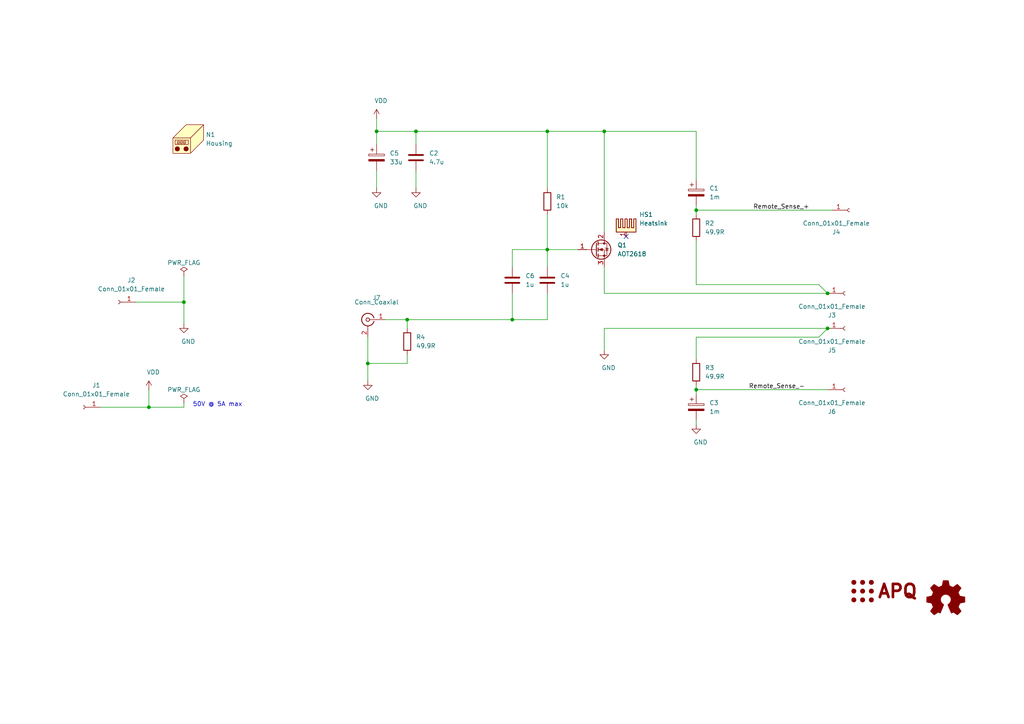
<source format=kicad_sch>
(kicad_sch (version 20231120) (generator "eeschema") (generator_version "8.0")
  (paper "A4")
  (title_block (title "Line Injector") (date "2024-11-21") (rev "v1.0.2") (comment 1 "Copyright (©) 2024, Patrick Baus <patrick.baus@physik.tu-darmstadt.de>") (comment 2 "Licensed under CERN OHL-W v2.0"))
  (lib_symbols
    (symbol "Connector:Conn_01x01_Socket" (pin_names (offset 1.016) hide)
      (property "Reference" "J" (at 0 2.54 0))
      (property "Value" "Conn_01x01_Socket" (at 0 -2.54 0))
      (symbol "Conn_01x01_Socket_1_1"
        (polyline (pts (xy -1.27 0) (xy -0.508 0)) (stroke (width 0.1524)))
        (arc (start 0 0.508) (mid -0.5058 0) (end 0 -0.508) (stroke (width 0.1524)))
        (pin passive line (at -5.08 0 0) (length 3.81) (name "Pin_1") (number "1"))
      )
    )
    (symbol "Connector:Conn_Coaxial" (pin_names (offset 1.016) hide)
      (property "Reference" "J" (at 0.254 3.048 0))
      (property "Value" "Conn_Coaxial" (at 2.921 0 90))
      (symbol "Conn_Coaxial_0_1"
        (arc (start -1.778 -0.508) (mid 0.2311 -1.8066) (end 1.778 0) (stroke (width 0.254)))
        (polyline (pts (xy -2.54 0) (xy -0.508 0)))
        (polyline (pts (xy 0 -2.54) (xy 0 -1.778)))
        (circle (center 0 0) (radius 0.508) (stroke (width 0.2032)))
        (arc (start 1.778 0) (mid 0.2099 1.8101) (end -1.778 0.508) (stroke (width 0.254)))
      )
      (symbol "Conn_Coaxial_1_1"
        (pin passive line (at -5.08 0 0) (length 2.54) (name "In") (number "1"))
        (pin passive line (at 0 -5.08 90) (length 2.54) (name "Ext") (number "2"))
      )
    )
    (symbol "Custom_logos:Logo_APQ" (pin_names (offset 1.016)) (in_bom no)
      (symbol "Logo_APQ_0_0"
        (text "APQ" (at 3.81 0 0) (effects (font (size 3.81 3.81) (bold yes))))
      )
      (symbol "Logo_APQ_0_1"
        (circle (center -8.89 0) (radius 0.635) (fill (type outline)))
        (circle (center -8.89 2.54) (radius 0.635) (fill (type outline)))
        (circle (center -6.35 0) (radius 0.635) (fill (type outline)))
        (circle (center -6.35 2.54) (radius 0.635) (fill (type outline)))
        (circle (center -3.81 2.54) (radius 0.635) (fill (type outline)))
      )
      (symbol "Logo_APQ_1_1"
        (circle (center -8.89 -2.54) (radius 0.635) (fill (type outline)))
        (circle (center -6.35 -2.54) (radius 0.635) (fill (type outline)))
        (circle (center -3.81 -2.54) (radius 0.635) (fill (type outline)))
        (circle (center -3.81 0) (radius 0.635) (fill (type outline)))
      )
    )
    (symbol "Device:C" (pin_numbers hide) (pin_names (offset 0.254))
      (property "Reference" "C" (at 0.635 2.54 0))
      (property "Value" "C" (at 0.635 -2.54 0))
      (symbol "C_0_1"
        (polyline (pts (xy -2.032 -0.762) (xy 2.032 -0.762)) (stroke (width 0.508)))
        (polyline (pts (xy -2.032 0.762) (xy 2.032 0.762)) (stroke (width 0.508)))
      )
      (symbol "C_1_1"
        (pin passive line (at 0 3.81 270) (length 2.794) (name "~") (number "1"))
        (pin passive line (at 0 -3.81 90) (length 2.794) (name "~") (number "2"))
      )
    )
    (symbol "Device:C_Polarized" (pin_numbers hide) (pin_names (offset 0.254))
      (property "Reference" "C" (at 0.635 2.54 0))
      (property "Value" "C_Polarized" (at 0.635 -2.54 0))
      (symbol "C_Polarized_0_1"
        (rectangle (start -2.286 0.508) (end 2.286 1.016))
        (polyline (pts (xy -1.778 2.286) (xy -0.762 2.286)))
        (polyline (pts (xy -1.27 2.794) (xy -1.27 1.778)))
        (rectangle (start 2.286 -0.508) (end -2.286 -1.016) (fill (type outline)))
      )
      (symbol "C_Polarized_1_1"
        (pin passive line (at 0 3.81 270) (length 2.794) (name "~") (number "1"))
        (pin passive line (at 0 -3.81 90) (length 2.794) (name "~") (number "2"))
      )
    )
    (symbol "Device:Q_NMOS_GDS" (pin_names (offset 0) hide)
      (property "Reference" "Q" (at 5.08 1.27 0))
      (property "Value" "Q_NMOS_GDS" (at 5.08 -1.27 0))
      (symbol "Q_NMOS_GDS_0_1"
        (polyline (pts (xy 0.254 0) (xy -2.54 0)))
        (polyline (pts (xy 0.254 1.905) (xy 0.254 -1.905)) (stroke (width 0.254)))
        (polyline (pts (xy 0.762 -1.27) (xy 0.762 -2.286)) (stroke (width 0.254)))
        (polyline (pts (xy 0.762 0.508) (xy 0.762 -0.508)) (stroke (width 0.254)))
        (polyline (pts (xy 0.762 2.286) (xy 0.762 1.27)) (stroke (width 0.254)))
        (polyline (pts (xy 2.54 2.54) (xy 2.54 1.778)))
        (polyline (pts (xy 2.54 -2.54) (xy 2.54 0) (xy 0.762 0)))
        (polyline (pts (xy 0.762 -1.778) (xy 3.302 -1.778) (xy 3.302 1.778) (xy 0.762 1.778)))
        (polyline (pts (xy 1.016 0) (xy 2.032 0.381) (xy 2.032 -0.381) (xy 1.016 0)) (fill (type outline)))
        (polyline (pts (xy 2.794 0.508) (xy 2.921 0.381) (xy 3.683 0.381) (xy 3.81 0.254)))
        (polyline (pts (xy 3.302 0.381) (xy 2.921 -0.254) (xy 3.683 -0.254) (xy 3.302 0.381)))
        (circle (center 1.651 0) (radius 2.794) (stroke (width 0.254)))
        (circle (center 2.54 -1.778) (radius 0.254) (fill (type outline)))
        (circle (center 2.54 1.778) (radius 0.254) (fill (type outline)))
      )
      (symbol "Q_NMOS_GDS_1_1"
        (pin input line (at -5.08 0 0) (length 2.54) (name "G") (number "1"))
        (pin passive line (at 2.54 5.08 270) (length 2.54) (name "D") (number "2"))
        (pin passive line (at 2.54 -5.08 90) (length 2.54) (name "S") (number "3"))
      )
    )
    (symbol "Device:R" (pin_numbers hide) (pin_names (offset 0))
      (property "Reference" "R" (at 2.032 0 90))
      (property "Value" "R" (at 0 0 90))
      (symbol "R_0_1"
        (rectangle (start -1.016 -2.54) (end 1.016 2.54) (stroke (width 0.254)))
      )
      (symbol "R_1_1"
        (pin passive line (at 0 3.81 270) (length 1.27) (name "~") (number "1"))
        (pin passive line (at 0 -3.81 90) (length 1.27) (name "~") (number "2"))
      )
    )
    (symbol "Graphic:Logo_Open_Hardware_Small" (in_bom no) (on_board no)
      (symbol "Logo_Open_Hardware_Small_0_1"
        (polyline (pts (xy 3.3528 -4.3434) (xy 3.302 -4.318) (xy 3.175 -4.2418) (xy 2.9972 -4.1148) (xy 2.7686 -3.9624) (xy 2.54 -3.81) (xy 2.3622 -3.7084) (xy 2.2352 -3.6068) (xy 2.1844 -3.5814) (xy 2.159 -3.6068) (xy 2.0574 -3.6576) (xy 1.905 -3.7338) (xy 1.8034 -3.7846) (xy 1.6764 -3.8354) (xy 1.6002 -3.8354) (xy 1.6002 -3.8354) (xy 1.5494 -3.7338) (xy 1.4732 -3.5306) (xy 1.3462 -3.302) (xy 1.2446 -3.0226) (xy 1.1176 -2.7178) (xy 0.9652 -2.413) (xy 0.8636 -2.1082) (xy 0.7366 -1.8288) (xy 0.6604 -1.6256) (xy 0.6096 -1.4732) (xy 0.5842 -1.397) (xy 0.5842 -1.397) (xy 0.6604 -1.3208) (xy 0.7874 -1.2446) (xy 1.0414 -1.016) (xy 1.2954 -0.6858) (xy 1.4478 -0.3302) (xy 1.524 0.0762) (xy 1.4732 0.4572) (xy 1.3208 0.8128) (xy 1.0668 1.143) (xy 0.762 1.3716) (xy 0.4064 1.524) (xy 0 1.5748) (xy -0.381 1.5494) (xy -0.7366 1.397) (xy -1.0668 1.143) (xy -1.2192 0.9906) (xy -1.397 0.6604) (xy -1.524 0.3048) (xy -1.524 0.2286) (xy -1.4986 -0.1778) (xy -1.397 -0.5334) (xy -1.1938 -0.8636) (xy -0.9144 -1.143) (xy -0.8636 -1.1684) (xy -0.7366 -1.27) (xy -0.635 -1.3462) (xy -0.5842 -1.397) (xy -1.0668 -2.5908) (xy -1.143 -2.794) (xy -1.2954 -3.1242) (xy -1.397 -3.4036) (xy -1.4986 -3.6322) (xy -1.5748 -3.7846) (xy -1.6002 -3.8354) (xy -1.6002 -3.8354) (xy -1.651 -3.8354) (xy -1.7272 -3.81) (xy -1.905 -3.7338) (xy -2.0066 -3.683) (xy -2.1336 -3.6068) (xy -2.2098 -3.5814) (xy -2.2606 -3.6068) (xy -2.3622 -3.683) (xy -2.54 -3.81) (xy -2.7686 -3.9624) (xy -2.9718 -4.0894) (xy -3.1496 -4.2164) (xy -3.302 -4.318) (xy -3.3528 -4.3434) (xy -3.3782 -4.3434) (xy -3.429 -4.318) (xy -3.5306 -4.2164) (xy -3.7084 -4.064) (xy -3.937 -3.8354) (xy -3.9624 -3.81) (xy -4.1656 -3.6068) (xy -4.318 -3.4544) (xy -4.4196 -3.3274) (xy -4.445 -3.2766) (xy -4.445 -3.2766) (xy -4.4196 -3.2258) (xy -4.318 -3.0734) (xy -4.2164 -2.8956) (xy -4.064 -2.667) (xy -3.6576 -2.0828) (xy -3.8862 -1.5494) (xy -3.937 -1.3716) (xy -4.0386 -1.1684) (xy -4.0894 -1.0414) (xy -4.1148 -0.9652) (xy -4.191 -0.9398) (xy -4.318 -0.9144) (xy -4.5466 -0.8636) (xy -4.8006 -0.8128) (xy -5.0546 -0.7874) (xy -5.2578 -0.7366) (xy -5.4356 -0.7112) (xy -5.5118 -0.6858) (xy -5.5118 -0.6858) (xy -5.5372 -0.635) (xy -5.5372 -0.5588) (xy -5.5372 -0.4318) (xy -5.5626 -0.2286) (xy -5.5626 0.0762) (xy -5.5626 0.127) (xy -5.5372 0.4064) (xy -5.5372 0.635) (xy -5.5372 0.762) (xy -5.5372 0.8382) (xy -5.5372 0.8382) (xy -5.461 0.8382) (xy -5.3086 0.889) (xy -5.08 0.9144) (xy -4.826 0.9652) (xy -4.8006 0.9906) (xy -4.5466 1.0414) (xy -4.318 1.0668) (xy -4.1656 1.1176) (xy -4.0894 1.143) (xy -4.0894 1.143) (xy -4.0386 1.2446) (xy -3.9624 1.4224) (xy -3.8608 1.6256) (xy -3.7846 1.8288) (xy -3.7084 2.0066) (xy -3.6576 2.159) (xy -3.6322 2.2098) (xy -3.6322 2.2098) (xy -3.683 2.286) (xy -3.7592 2.413) (xy -3.8862 2.5908) (xy -4.064 2.8194) (xy -4.064 2.8448) (xy -4.2164 3.0734) (xy -4.3434 3.2512) (xy -4.4196 3.3782) (xy -4.445 3.4544) (xy -4.445 3.4544) (xy -4.3942 3.5052) (xy -4.2926 3.6322) (xy -4.1148 3.81) (xy -3.937 4.0132) (xy -3.8608 4.064) (xy -3.6576 4.2926) (xy -3.5052 4.4196) (xy -3.4036 4.4958) (xy -3.3528 4.5212) (xy -3.3528 4.5212) (xy -3.302 4.4704) (xy -3.1496 4.3688) (xy -2.9718 4.2418) (xy -2.7432 4.0894) (xy -2.7178 4.0894) (xy -2.4892 3.937) (xy -2.3114 3.81) (xy -2.1844 3.7084) (xy -2.1336 3.683) (xy -2.1082 3.683) (xy -2.032 3.7084) (xy -1.8542 3.7592) (xy -1.6764 3.8354) (xy -1.4732 3.937) (xy -1.27 4.0132) (xy -1.143 4.064) (xy -1.0668 4.1148) (xy -1.0668 4.1148) (xy -1.0414 4.191) (xy -1.016 4.3434) (xy -0.9652 4.572) (xy -0.9144 4.8514) (xy -0.889 4.9022) (xy -0.8382 5.1562) (xy -0.8128 5.3848) (xy -0.7874 5.5372) (xy -0.762 5.588) (xy -0.7112 5.6134) (xy -0.5842 5.6134) (xy -0.4064 5.6134) (xy -0.1524 5.6134) (xy 0.0762 5.6134) (xy 0.3302 5.6134) (xy 0.5334 5.6134) (xy 0.6858 5.588) (xy 0.7366 5.588) (xy 0.7366 5.588) (xy 0.762 5.5118) (xy 0.8128 5.334) (xy 0.8382 5.1054) (xy 0.9144 4.826) (xy 0.9144 4.7752) (xy 0.9652 4.5212) (xy 1.016 4.2926) (xy 1.0414 4.1402) (xy 1.0668 4.0894) (xy 1.0668 4.0894) (xy 1.1938 4.0386) (xy 1.3716 3.9624) (xy 1.5748 3.8608) (xy 2.0828 3.6576) (xy 2.7178 4.0894) (xy 2.7686 4.1402) (xy 2.9972 4.2926) (xy 3.175 4.4196) (xy 3.302 4.4958) (xy 3.3782 4.5212) (xy 3.3782 4.5212) (xy 3.429 4.4704) (xy 3.556 4.3434) (xy 3.7338 4.191) (xy 3.9116 3.9878) (xy 4.064 3.8354) (xy 4.2418 3.6576) (xy 4.3434 3.556) (xy 4.4196 3.4798) (xy 4.4196 3.429) (xy 4.4196 3.4036) (xy 4.3942 3.3274) (xy 4.2926 3.2004) (xy 4.1656 2.9972) (xy 4.0132 2.794) (xy 3.8862 2.5908) (xy 3.7592 2.3876) (xy 3.6576 2.2352) (xy 3.6322 2.159) (xy 3.6322 2.1336) (xy 3.683 2.0066) (xy 3.7592 1.8288) (xy 3.8608 1.6002) (xy 4.064 1.1176) (xy 4.3942 1.0414) (xy 4.5974 1.016) (xy 4.8768 0.9652) (xy 5.1308 0.9144) (xy 5.5372 0.8382) (xy 5.5626 -0.6604) (xy 5.4864 -0.6858) (xy 5.4356 -0.6858) (xy 5.2832 -0.7366) (xy 5.0546 -0.762) (xy 4.8006 -0.8128) (xy 4.5974 -0.8636) (xy 4.3688 -0.9144) (xy 4.2164 -0.9398) (xy 4.1402 -0.9398) (xy 4.1148 -0.9652) (xy 4.064 -1.0668) (xy 3.9878 -1.2446) (xy 3.9116 -1.4478) (xy 3.81 -1.651) (xy 3.7338 -1.8542) (xy 3.683 -2.0066) (xy 3.6576 -2.0828) (xy 3.683 -2.1336) (xy 3.7846 -2.2606) (xy 3.8862 -2.4638) (xy 4.0386 -2.667) (xy 4.191 -2.8956) (xy 4.318 -3.0734) (xy 4.3942 -3.2004) (xy 4.445 -3.2766) (xy 4.4196 -3.3274) (xy 4.3434 -3.429) (xy 4.1656 -3.5814) (xy 3.937 -3.8354) (xy 3.8862 -3.8608) (xy 3.683 -4.064) (xy 3.5306 -4.2164) (xy 3.4036 -4.318) (xy 3.3528 -4.3434)) (fill (type outline)))
      )
    )
    (symbol "Mechanical:Heatsink_Pad" (pin_names (offset 0))
      (property "Reference" "HS" (at 0 5.715 0))
      (property "Value" "Heatsink_Pad" (at 0 3.81 0))
      (symbol "Heatsink_Pad_0_1"
        (polyline (pts (xy -0.3302 0) (xy -0.9652 0) (xy -0.9652 2.54) (xy -1.6002 2.54) (xy -1.6002 0) (xy -2.2352 0) (xy -2.2352 2.54) (xy -2.8702 2.54) (xy -2.8702 -1.27) (xy -0.9652 -1.27)) (stroke (width 0.254)) (fill (type background)))
        (polyline (pts (xy -0.3302 0) (xy -0.3302 2.54) (xy 0.3048 2.54) (xy 0.3048 0) (xy 0.9398 0) (xy 0.9398 2.54) (xy 1.5748 2.54) (xy 1.5748 0) (xy 2.2098 0) (xy 2.2098 2.54) (xy 2.8448 2.54) (xy 2.8448 -1.27) (xy -0.9652 -1.27)) (stroke (width 0.254)) (fill (type background)))
      )
      (symbol "Heatsink_Pad_1_1"
        (pin passive line (at 0 -2.54 90) (length 1.27) (name "~") (number "1"))
      )
    )
    (symbol "Mechanical:Housing" (pin_names (offset 1.016))
      (property "Reference" "N" (at 3.81 0 0))
      (property "Value" "Housing" (at 3.81 -1.905 0))
      (symbol "Housing_0_1"
        (rectangle (start -5.08 -0.635) (end -1.27 -1.905))
        (circle (center -4.445 -3.175) (radius 0.635) (fill (type outline)))
        (circle (center -1.905 -3.175) (radius 0.635) (fill (type outline)))
        (polyline (pts (xy -4.5212 -1.5748) (xy -4.4704 -1.3716)))
        (polyline (pts (xy -4.4196 -1.6764) (xy -4.064 -1.6764)))
        (polyline (pts (xy -4.4196 -1.2192) (xy -4.3688 -0.9652)))
        (polyline (pts (xy -4.318 -1.3208) (xy -4.0132 -1.3208)))
        (polyline (pts (xy -4.2164 -0.9144) (xy -3.9116 -0.9144)))
        (polyline (pts (xy -3.9116 -1.6256) (xy -3.8608 -1.3716)))
        (polyline (pts (xy -3.81 -1.2192) (xy -3.7592 -0.9652)))
        (polyline (pts (xy -3.6068 -1.5748) (xy -3.556 -1.3716)))
        (polyline (pts (xy -3.5052 -1.6764) (xy -3.1496 -1.6764)))
        (polyline (pts (xy -3.5052 -1.2192) (xy -3.4544 -0.9652)))
        (polyline (pts (xy -3.4036 -1.3208) (xy -3.0988 -1.3208)))
        (polyline (pts (xy -3.302 -0.9144) (xy -2.9972 -0.9144)))
        (polyline (pts (xy -2.9972 -1.6256) (xy -2.9464 -1.3716)))
        (polyline (pts (xy -2.8956 -1.2192) (xy -2.8448 -0.9652)))
        (polyline (pts (xy -2.6924 -1.5748) (xy -2.6416 -1.3716)))
        (polyline (pts (xy -2.5908 -1.6764) (xy -2.2352 -1.6764)))
        (polyline (pts (xy -2.5908 -1.2192) (xy -2.54 -0.9652)))
        (polyline (pts (xy -2.4892 -1.3208) (xy -2.1844 -1.3208)))
        (polyline (pts (xy -2.3876 -0.9144) (xy -2.0828 -0.9144)))
        (polyline (pts (xy -2.0828 -1.6256) (xy -2.032 -1.3716)))
        (polyline (pts (xy -1.9812 -1.2192) (xy -1.9304 -0.9652)))
        (polyline (pts (xy -0.635 0) (xy -0.635 -4.445)))
        (polyline (pts (xy -5.715 0) (xy -0.635 0) (xy 3.175 3.81)))
        (polyline (pts (xy -5.715 0) (xy -5.715 -4.445) (xy -0.635 -4.445) (xy 3.175 -0.635) (xy 3.175 3.81) (xy -1.905 3.81) (xy -5.715 0)) (fill (type background)))
      )
    )
    (symbol "power:GND" (power) (pin_numbers hide) (pin_names (offset 0) hide)
      (property "Value" "GND" (at 0 -3.81 0))
      (symbol "GND_0_1"
        (polyline (pts (xy 0 0) (xy 0 -1.27) (xy 1.27 -1.27) (xy 0 -2.54) (xy -1.27 -1.27) (xy 0 -1.27)))
      )
      (symbol "GND_1_1"
        (pin power_in line (at 0 0 270) (length 0) (name "~") (number "1"))
      )
    )
    (symbol "power:PWR_FLAG" (power) (pin_numbers hide) (pin_names (offset 0) hide)
      (property "Value" "PWR_FLAG" (at 0 3.81 0))
      (symbol "PWR_FLAG_0_0"
        (pin power_out line (at 0 0 90) (length 0) (name "~") (number "1"))
      )
      (symbol "PWR_FLAG_0_1"
        (polyline (pts (xy 0 0) (xy 0 1.27) (xy -1.016 1.905) (xy 0 2.54) (xy 1.016 1.905) (xy 0 1.27)))
      )
    )
    (symbol "power:VDD" (power) (pin_numbers hide) (pin_names (offset 0) hide)
      (property "Value" "VDD" (at 0 3.556 0))
      (symbol "VDD_0_1"
        (polyline (pts (xy -0.762 1.27) (xy 0 2.54)))
        (polyline (pts (xy 0 0) (xy 0 2.54)))
        (polyline (pts (xy 0 2.54) (xy 0.762 1.27)))
      )
      (symbol "VDD_1_1"
        (pin power_in line (at 0 0 90) (length 0) (name "~") (number "1"))
      )
    )
  )
  (junction (at 158.75 38.1))
  (junction (at 118.11 92.71))
  (junction (at 120.65 38.1))
  (junction (at 53.34 87.63))
  (junction (at 43.18 118.11))
  (junction (at 109.22 38.1))
  (junction (at 201.93 60.96))
  (junction (at 158.75 72.39))
  (junction (at 106.68 105.41))
  (junction (at 240.03 85.09))
  (junction (at 148.59 92.71))
  (junction (at 201.93 113.03))
  (junction (at 240.03 95.25))
  (junction (at 175.26 38.1))
  (no_connect (at 181.61 68.58))
  (wire (pts (xy 175.26 67.31) (xy 175.26 38.1)))
  (wire (pts (xy 158.75 38.1) (xy 158.75 54.61)))
  (wire (pts (xy 158.75 85.09) (xy 158.75 92.71)))
  (wire (pts (xy 106.68 110.49) (xy 106.68 105.41)))
  (wire (pts (xy 109.22 38.1) (xy 109.22 34.29)))
  (wire (pts (xy 201.93 38.1) (xy 201.93 52.07)))
  (wire (pts (xy 201.93 113.03) (xy 201.93 114.3)))
  (wire (pts (xy 237.49 97.79) (xy 240.03 95.25)))
  (wire (pts (xy 201.93 60.96) (xy 241.3 60.96)))
  (wire (pts (xy 175.26 95.25) (xy 175.26 101.6)))
  (wire (pts (xy 120.65 38.1) (xy 158.75 38.1)))
  (wire (pts (xy 201.93 97.79) (xy 201.93 104.14)))
  (wire (pts (xy 43.18 113.03) (xy 43.18 118.11)))
  (wire (pts (xy 167.64 72.39) (xy 158.75 72.39)))
  (wire (pts (xy 118.11 102.87) (xy 118.11 105.41)))
  (wire (pts (xy 237.49 97.79) (xy 201.93 97.79)))
  (wire (pts (xy 237.49 82.55) (xy 240.03 85.09)))
  (wire (pts (xy 120.65 49.53) (xy 120.65 54.61)))
  (wire (pts (xy 111.76 92.71) (xy 118.11 92.71)))
  (wire (pts (xy 158.75 77.47) (xy 158.75 72.39)))
  (wire (pts (xy 109.22 38.1) (xy 120.65 38.1)))
  (wire (pts (xy 201.93 69.85) (xy 201.93 82.55)))
  (wire (pts (xy 109.22 41.91) (xy 109.22 38.1)))
  (wire (pts (xy 201.93 113.03) (xy 240.03 113.03)))
  (wire (pts (xy 175.26 85.09) (xy 240.03 85.09)))
  (wire (pts (xy 148.59 72.39) (xy 158.75 72.39)))
  (wire (pts (xy 118.11 92.71) (xy 148.59 92.71)))
  (wire (pts (xy 158.75 92.71) (xy 148.59 92.71)))
  (wire (pts (xy 201.93 59.69) (xy 201.93 60.96)))
  (wire (pts (xy 201.93 60.96) (xy 201.93 62.23)))
  (wire (pts (xy 118.11 92.71) (xy 118.11 95.25)))
  (wire (pts (xy 148.59 77.47) (xy 148.59 72.39)))
  (wire (pts (xy 148.59 85.09) (xy 148.59 92.71)))
  (wire (pts (xy 53.34 80.01) (xy 53.34 87.63)))
  (wire (pts (xy 201.93 111.76) (xy 201.93 113.03)))
  (wire (pts (xy 175.26 38.1) (xy 158.75 38.1)))
  (wire (pts (xy 175.26 38.1) (xy 201.93 38.1)))
  (wire (pts (xy 175.26 95.25) (xy 240.03 95.25)))
  (wire (pts (xy 120.65 38.1) (xy 120.65 41.91)))
  (wire (pts (xy 201.93 123.19) (xy 201.93 121.92)))
  (wire (pts (xy 175.26 77.47) (xy 175.26 85.09)))
  (wire (pts (xy 201.93 82.55) (xy 237.49 82.55)))
  (wire (pts (xy 158.75 72.39) (xy 158.75 62.23)))
  (wire (pts (xy 118.11 105.41) (xy 106.68 105.41)))
  (wire (pts (xy 53.34 118.11) (xy 53.34 116.84)))
  (wire (pts (xy 39.37 87.63) (xy 53.34 87.63)))
  (wire (pts (xy 43.18 118.11) (xy 53.34 118.11)))
  (wire (pts (xy 106.68 105.41) (xy 106.68 97.79)))
  (wire (pts (xy 53.34 87.63) (xy 53.34 93.98)))
  (wire (pts (xy 109.22 49.53) (xy 109.22 54.61)))
  (wire (pts (xy 29.21 118.11) (xy 43.18 118.11)))
  (text "50V @ 5A max" (at 55.88 118.11 0) (effects (font (size 1.27 1.27)) (justify left bottom)))
  (label "Remote_Sense_+" (at 218.44 60.96 0))
  (label "Remote_Sense_-" (at 217.17 113.03 0))
  (symbol (lib_id "Graphic:Logo_Open_Hardware_Small") (at 274.32 173.99 0) (unit 1) (exclude_from_sim yes) (in_bom no)
    (property "Reference" "LOGO2" (effects (hide yes)))
    (property "Value" "Logo_Open_Hardware_Small" (effects (hide yes)))
    (property "Footprint" "Symbol:OSHW-Logo_7.5x8mm_SilkScreen" (effects (hide yes)))
    (property "Description" "Open Hardware logo, small" (effects (hide yes)))
  )
  (symbol (lib_id "Custom_logos:Logo_APQ") (at 256.54 171.45 0) (unit 1) (exclude_from_sim yes) (in_bom no)
    (property "Reference" "LOGO1" (effects (hide yes)))
    (property "Value" "Logo_APQ" (effects (hide yes)))
    (property "Footprint" "Custom_footprints_project:APQ-Logo_small" (effects (hide yes)))
    (property "Description" "Atoms - Photons - Quanta" (effects (hide yes)))
    (property "DNP" "1" (effects (hide yes)))
  )
  (symbol (lib_id "Connector:Conn_01x01_Socket") (at 24.13 118.11 180) (unit 1)
    (property "Reference" "J1" (at 27.94 111.76 0))
    (property "Value" "Conn_01x01_Female" (at 27.94 114.3 0))
    (property "Footprint" "Connector:Banana_Cliff_FCR7350R_S16N-PC_Horizontal" (effects (hide yes)))
    (property "Description" "Generic connector, single row, 01x01, script generated" (effects (hide yes)))
    (property "MFN" "Schützinger" (effects (hide yes)))
    (property "PN" "SWEB 8094 AU / RT" (effects (hide yes)))
    (property "Alternative" "Cliff FCR7350R" (effects (hide yes)))
  )
  (symbol (lib_id "Connector:Conn_01x01_Socket") (at 34.29 87.63 180) (unit 1)
    (property "Reference" "J2" (at 38.1 81.28 0))
    (property "Value" "Conn_01x01_Female" (at 38.1 83.82 0))
    (property "Footprint" "Connector:Banana_Cliff_FCR7350B_S16N-PC_Horizontal" (effects (hide yes)))
    (property "Description" "Generic connector, single row, 01x01, script generated" (effects (hide yes)))
    (property "MFN" "Schützinger" (effects (hide yes)))
    (property "PN" "SWEB 8094 AU / SW" (effects (hide yes)))
    (property "Alternative" "Cliff FCR7350B" (effects (hide yes)))
  )
  (symbol (lib_id "power:PWR_FLAG") (at 53.34 116.84 0) (unit 1)
    (property "Reference" "#FLG02" (effects (hide yes)))
    (property "Value" "PWR_FLAG" (at 53.34 113.03 0))
    (property "Description" "Special symbol for telling ERC where power comes from" (effects (hide yes)))
  )
  (symbol (lib_id "power:GND") (at 53.34 93.98 0) (unit 1)
    (property "Reference" "#PWR02" (effects (hide yes)))
    (property "Value" "GND" (at 54.61 99.06 0))
    (property "Description" "Power symbol creates a global label with name \"GND\" , ground" (effects (hide yes)))
  )
  (symbol (lib_id "power:PWR_FLAG") (at 53.34 80.01 0) (unit 1)
    (property "Reference" "#FLG01" (effects (hide yes)))
    (property "Value" "PWR_FLAG" (at 53.34 76.2 0))
    (property "Description" "Special symbol for telling ERC where power comes from" (effects (hide yes)))
  )
  (symbol (lib_id "Device:C_Polarized") (at 109.22 45.72 0) (unit 1)
    (property "Reference" "C5" (at 113.03 44.45 0) (effects (justify left)))
    (property "Value" "33u" (at 113.03 46.99 0) (effects (justify left)))
    (property "Footprint" "Capacitor_THT:CP_Radial_D10.0mm_P5.00mm" (effects (hide yes)))
    (property "MFN" "United Chemicon" (effects (hide yes)))
    (property "PN" "EGXF351ELL330MJ35S" (effects (hide yes)))
    (property "Alternative" "Rubycon 160LEX33MEFC10X16" (effects (hide yes)))
  )
  (symbol (lib_id "power:GND") (at 109.22 54.61 0) (unit 1)
    (property "Reference" "#PWR05" (effects (hide yes)))
    (property "Value" "GND" (at 110.49 59.69 0))
    (property "Description" "Power symbol creates a global label with name \"GND\" , ground" (effects (hide yes)))
  )
  (symbol (lib_id "power:GND") (at 120.65 54.61 0) (unit 1)
    (property "Reference" "#PWR06" (effects (hide yes)))
    (property "Value" "GND" (at 121.92 59.69 0))
    (property "Description" "Power symbol creates a global label with name \"GND\" , ground" (effects (hide yes)))
  )
  (symbol (lib_id "Device:C") (at 120.65 45.72 0) (unit 1)
    (property "Reference" "C2" (at 124.46 44.45 0) (effects (justify left)))
    (property "Value" "4.7u" (at 124.46 46.99 0) (effects (justify left)))
    (property "Footprint" "Capacitor_SMD:C_1210_3225Metric" (effects (hide yes)))
    (property "MFN" "TDK" (effects (hide yes)))
    (property "PN" "CNA6P1X7R2A475K250AE" (effects (hide yes)))
    (property "Alternative" "TDK CNC6P1X7R2A475K250AE" (effects (hide yes)))
  )
  (symbol (lib_id "Device:Q_NMOS_GDS") (at 172.72 72.39 0) (unit 1)
    (property "Reference" "Q1" (at 179.07 71.12 0) (effects (justify left)))
    (property "Value" "AOT2618" (at 179.07 73.66 0) (effects (justify left)))
    (property "Footprint" "Package_TO_SOT_THT:TO-220-3_Vertical" (effects (hide yes)))
    (property "MFN" "Alpha & Omega Semiconductor Inc." (effects (hide yes)))
    (property "PN" "AOT2618L" (effects (hide yes)))
  )
  (symbol (lib_id "Device:R") (at 158.75 58.42 0) (unit 1)
    (property "Reference" "R1" (at 161.29 57.15 0) (effects (justify left)))
    (property "Value" "10k" (at 161.29 59.69 0) (effects (justify left)))
    (property "Footprint" "Resistor_SMD:R_0805_2012Metric" (effects (hide yes)))
    (property "MFN" "Yageo" (effects (hide yes)))
    (property "PN" "AC0805FR-0710KL" (effects (hide yes)))
    (property "Alternative" "Panasonic ERJ-6ENF1002V" (effects (hide yes)))
  )
  (symbol (lib_id "Device:C") (at 148.59 81.28 0) (unit 1)
    (property "Reference" "C6" (at 152.4 80.01 0) (effects (justify left)))
    (property "Value" "1u" (at 152.4 82.55 0) (effects (justify left)))
    (property "Footprint" "Capacitor_SMD:C_1206_3216Metric" (effects (hide yes)))
    (property "MFN" "TDK" (effects (hide yes)))
    (property "PN" "CGA5L2X7R2A105M160AE" (effects (hide yes)))
    (property "Alternative" "TDK CGA5L2X7R2A105K160AA" (effects (hide yes)))
  )
  (symbol (lib_id "Device:C") (at 158.75 81.28 0) (unit 1)
    (property "Reference" "C4" (at 162.56 80.01 0) (effects (justify left)))
    (property "Value" "1u" (at 162.56 82.55 0) (effects (justify left)))
    (property "Footprint" "Capacitor_SMD:C_1206_3216Metric" (effects (hide yes)))
    (property "MFN" "TDK" (effects (hide yes)))
    (property "PN" "CGA5L2X7R2A105M160AE" (effects (hide yes)))
    (property "Alternative" "TDK CGA5L2X7R2A105K160AA" (effects (hide yes)))
  )
  (symbol (lib_id "Connector:Conn_01x01_Socket") (at 245.11 95.25 0) (unit 1)
    (property "Reference" "J5" (at 241.3 101.6 0))
    (property "Value" "Conn_01x01_Female" (at 241.3 99.06 0))
    (property "Footprint" "Connector:Banana_Cliff_FCR7350B_S16N-PC_Horizontal" (effects (hide yes)))
    (property "Description" "Generic connector, single row, 01x01, script generated" (effects (hide yes)))
    (property "MFN" "Schützinger" (effects (hide yes)))
    (property "PN" "SWEB 8094 AU / SW" (effects (hide yes)))
    (property "Alternative" "Cliff FCR7350B" (effects (hide yes)))
  )
  (symbol (lib_id "Connector:Conn_01x01_Socket") (at 245.11 85.09 0) (unit 1)
    (property "Reference" "J3" (at 241.3 91.44 0))
    (property "Value" "Conn_01x01_Female" (at 241.3 88.9 0))
    (property "Footprint" "Connector:Banana_Cliff_FCR7350R_S16N-PC_Horizontal" (effects (hide yes)))
    (property "Description" "Generic connector, single row, 01x01, script generated" (effects (hide yes)))
    (property "MFN" "Schützinger" (effects (hide yes)))
    (property "PN" "SWEB 8094 AU / RT" (effects (hide yes)))
    (property "Alternative" "Cliff FCR7350R" (effects (hide yes)))
  )
  (symbol (lib_id "Connector:Conn_Coaxial") (at 106.68 92.71 0) (mirror y) (unit 1)
    (property "Reference" "J7" (at 109.22 86.36 0))
    (property "Value" "Conn_Coaxial" (at 109.22 87.63 0))
    (property "Footprint" "Connector_Coaxial:BNC_Amphenol_B6252HB-NPP3G-50_Horizontal" (effects (hide yes)))
    (property "Description" "coaxial connector (BNC, SMA, SMB, SMC, Cinch/RCA, LEMO, ...)" (effects (hide yes)))
    (property "MFN" "TE Connectivity" (effects (hide yes)))
    (property "PN" "5227161-7" (effects (hide yes)))
  )
  (symbol (lib_id "Device:R") (at 118.11 99.06 0) (unit 1)
    (property "Reference" "R4" (at 120.65 97.79 0) (effects (justify left)))
    (property "Value" "49.9R" (at 120.65 100.33 0) (effects (justify left)))
    (property "Footprint" "Resistor_SMD:R_1206_3216Metric" (effects (hide yes)))
    (property "MFN" "Yageo" (effects (hide yes)))
    (property "PN" "AC1206FR-0749R9L" (effects (hide yes)))
    (property "Alternative" "Panasonic ERJ-U08F49R9V" (effects (hide yes)))
  )
  (symbol (lib_id "power:GND") (at 106.68 110.49 0) (unit 1)
    (property "Reference" "#PWR03" (effects (hide yes)))
    (property "Value" "GND" (at 107.95 115.57 0))
    (property "Description" "Power symbol creates a global label with name \"GND\" , ground" (effects (hide yes)))
  )
  (symbol (lib_id "power:GND") (at 175.26 101.6 0) (unit 1)
    (property "Reference" "#PWR09" (effects (hide yes)))
    (property "Value" "GND" (at 176.53 106.68 0))
    (property "Description" "Power symbol creates a global label with name \"GND\" , ground" (effects (hide yes)))
  )
  (symbol (lib_id "Device:C_Polarized") (at 201.93 55.88 0) (unit 1)
    (property "Reference" "C1" (at 205.74 54.61 0) (effects (justify left)))
    (property "Value" "1m" (at 205.74 57.15 0) (effects (justify left)))
    (property "Footprint" "Capacitor_THT:CP_Radial_D18.0mm_P7.50mm" (effects (hide yes)))
    (property "MFN" "Nichicon" (effects (hide yes)))
    (property "PN" "UPW2A102MHD" (effects (hide yes)))
    (property "Alternative" "United Chemicon EKYB101ELL102MM40S" (effects (hide yes)))
  )
  (symbol (lib_id "Device:C_Polarized") (at 201.93 118.11 0) (unit 1)
    (property "Reference" "C3" (at 205.74 116.84 0) (effects (justify left)))
    (property "Value" "1m" (at 205.74 119.38 0) (effects (justify left)))
    (property "Footprint" "Capacitor_THT:CP_Radial_D18.0mm_P7.50mm" (effects (hide yes)))
    (property "MFN" "Nichicon" (effects (hide yes)))
    (property "PN" "UPW2A102MHD" (effects (hide yes)))
  )
  (symbol (lib_id "Device:R") (at 201.93 66.04 0) (unit 1)
    (property "Reference" "R2" (at 204.47 64.77 0) (effects (justify left)))
    (property "Value" "49.9R" (at 204.47 67.31 0) (effects (justify left)))
    (property "Footprint" "Resistor_SMD:R_1206_3216Metric" (effects (hide yes)))
    (property "MFN" "Yageo" (effects (hide yes)))
    (property "PN" "AC1206FR-0749R9L" (effects (hide yes)))
    (property "Alternative" "Panasonic ERJ-U08F49R9V" (effects (hide yes)))
  )
  (symbol (lib_id "Connector:Conn_01x01_Socket") (at 246.38 60.96 0) (unit 1)
    (property "Reference" "J4" (at 242.57 67.31 0))
    (property "Value" "Conn_01x01_Female" (at 242.57 64.77 0))
    (property "Footprint" "Connector:Banana_Cliff_FCR7350R_S16N-PC_Horizontal" (effects (hide yes)))
    (property "Description" "Generic connector, single row, 01x01, script generated" (effects (hide yes)))
    (property "MFN" "Schützinger" (effects (hide yes)))
    (property "PN" "SWEB 8094 AU / RT" (effects (hide yes)))
    (property "Alternative" "Cliff FCR7350R" (effects (hide yes)))
  )
  (symbol (lib_id "Connector:Conn_01x01_Socket") (at 245.11 113.03 0) (unit 1)
    (property "Reference" "J6" (at 241.3 119.38 0))
    (property "Value" "Conn_01x01_Female" (at 241.3 116.84 0))
    (property "Footprint" "Connector:Banana_Cliff_FCR7350B_S16N-PC_Horizontal" (effects (hide yes)))
    (property "Description" "Generic connector, single row, 01x01, script generated" (effects (hide yes)))
    (property "MFN" "Schützinger" (effects (hide yes)))
    (property "PN" "SWEB 8094 AU / SW" (effects (hide yes)))
    (property "Alternative" "Cliff FCR7350B" (effects (hide yes)))
  )
  (symbol (lib_id "power:GND") (at 201.93 123.19 0) (unit 1)
    (property "Reference" "#PWR010" (effects (hide yes)))
    (property "Value" "GND" (at 203.2 128.27 0))
    (property "Description" "Power symbol creates a global label with name \"GND\" , ground" (effects (hide yes)))
  )
  (symbol (lib_id "Device:R") (at 201.93 107.95 0) (unit 1)
    (property "Reference" "R3" (at 204.47 106.68 0) (effects (justify left)))
    (property "Value" "49.9R" (at 204.47 109.22 0) (effects (justify left)))
    (property "Footprint" "Resistor_SMD:R_1206_3216Metric" (effects (hide yes)))
    (property "MFN" "Yageo" (effects (hide yes)))
    (property "PN" "AC1206FR-0749R9L" (effects (hide yes)))
    (property "Alternative" "Panasonic ERJ-U08F49R9V" (effects (hide yes)))
  )
  (symbol (lib_id "Mechanical:Heatsink_Pad") (at 181.61 66.04 0) (unit 1)
    (property "Reference" "HS1" (at 185.42 62.23 0) (effects (justify left)))
    (property "Value" "Heatsink" (at 185.42 64.77 0) (effects (justify left)))
    (property "Footprint" "Custom_footprints:Heatsink_42x25mm_2xFixation_Ohmite-R-series" (effects (hide yes)))
    (property "MFN" "Ohmite" (effects (hide yes)))
    (property "PN" "RA-T2X-38E" (effects (hide yes)))
  )
  (symbol (lib_id "power:VDD") (at 43.18 113.03 0) (unit 1)
    (property "Reference" "#PWR0102" (effects (hide yes)))
    (property "Value" "VDD" (at 44.45 107.95 0))
    (property "Description" "Power symbol creates a global label with name \"VDD\"" (effects (hide yes)))
  )
  (symbol (lib_id "power:VDD") (at 109.22 34.29 0) (unit 1)
    (property "Reference" "#PWR0101" (effects (hide yes)))
    (property "Value" "VDD" (at 110.49 29.21 0))
    (property "Description" "Power symbol creates a global label with name \"VDD\"" (effects (hide yes)))
  )
  (symbol (lib_id "Mechanical:Housing") (at 55.88 40.005 0) (unit 1) (on_board no)
    (property "Reference" "N1" (at 59.69 39.0524 0) (effects (justify left)))
    (property "Value" "Housing" (at 59.69 41.5924 0) (effects (justify left)))
    (property "MFN" "Hammond Manufacturing Ltd." (effects (hide yes)))
    (property "PN" "1457N1201EBK" (effects (hide yes)))
  )
)
</source>
